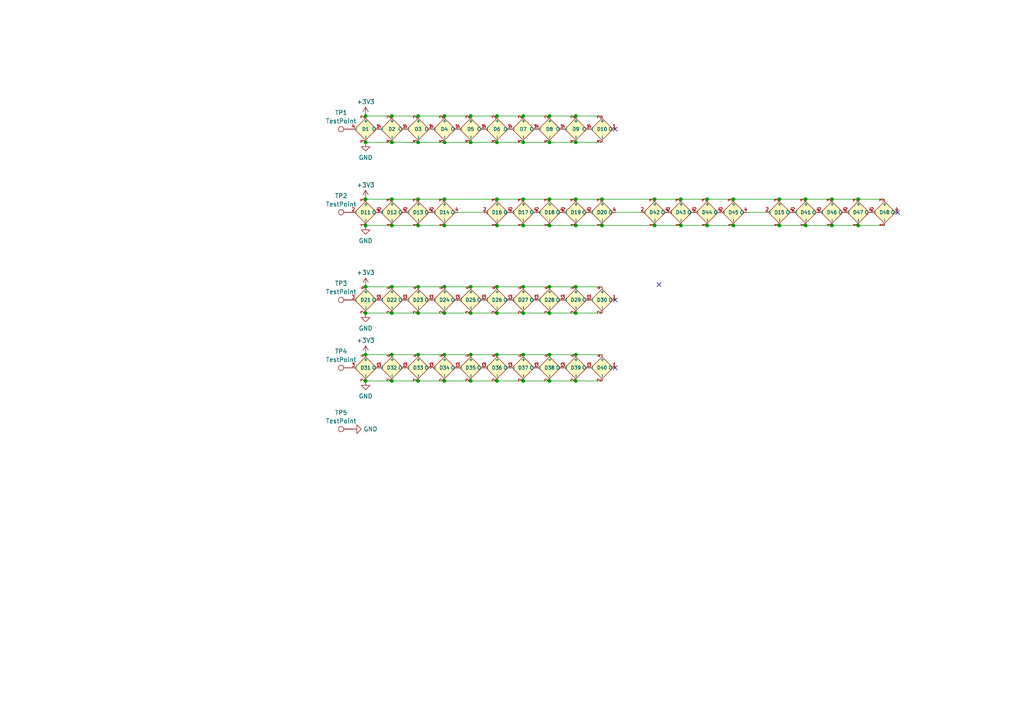
<source format=kicad_sch>
(kicad_sch (version 20250114) (generator "eeschema") (generator_version "9.0")
  (paper "A4")
  (title_block (title "Test") (rev "1") (comment 1 "@TheRealRevK") (comment 2 "www.me.uk"))
  (lib_symbols
    (symbol "Connector:TestPoint" (pin_numbers (hide yes)) (pin_names (offset 0.762) (hide yes))
      (property "Reference" "TP" (at 0 6.858 0))
      (property "Value" "TestPoint" (at 0 5.08 0))
      (symbol "TestPoint_0_1"
        (circle (center 0 3.302) (radius 0.762))
      )
      (symbol "TestPoint_1_1"
        (pin passive line (at 0 0 90) (length 2.54) (name "1") (number "1"))
      )
    )
    (symbol "RevK:WS2812B-1.5mm" (pin_names (offset 0.254))
      (property "Reference" "D" (at 0 0 0))
      (symbol "WS2812B-1.5mm_1_1"
        (polyline (pts (xy 0 -3.175) (xy 3.175 0) (xy 0 3.175) (xy -3.175 0) (xy 0 -3.175)) (fill (type background)))
        (pin input line (at -3.81 0 0) (length 0.5) (name "I") (number "2"))
        (pin power_in line (at 0 3.81 270) (length 0.5) (name "+") (number "3"))
        (pin power_in line (at 0 -3.81 90) (length 0.5) (name "-") (number "1"))
        (pin output line (at 3.81 0 180) (length 0.5) (name "O") (number "4"))
      )
    )
    (symbol "RevK:WS2812B-1mm" (pin_names (offset 0.254))
      (property "Reference" "D" (at 0 0 0))
      (symbol "WS2812B-1mm_1_1"
        (polyline (pts (xy 0 -3.175) (xy 3.175 0) (xy 0 3.175) (xy -3.175 0) (xy 0 -3.175)) (fill (type background)))
        (pin input line (at -3.81 0 0) (length 0.5) (name "I") (number "4"))
        (pin power_in line (at 0 3.81 270) (length 0.5) (name "+") (number "2"))
        (pin power_in line (at 0 -3.81 90) (length 0.5) (name "-") (number "3"))
        (pin output line (at 3.81 0 180) (length 0.5) (name "O") (number "1"))
      )
    )
    (symbol "RevK:WS2812B-2mm" (pin_names (offset 0.254))
      (property "Reference" "D" (at 0 0 0))
      (symbol "WS2812B-2mm_1_1"
        (polyline (pts (xy 0 -3.175) (xy 3.175 0) (xy 0 3.175) (xy -3.175 0) (xy 0 -3.175)) (fill (type background)))
        (pin input line (at -3.81 0 0) (length 0.5) (name "I") (number "3"))
        (pin power_in line (at 0 3.81 270) (length 0.5) (name "+") (number "4"))
        (pin power_in line (at 0 -3.81 90) (length 0.5) (name "-") (number "2"))
        (pin output line (at 3.81 0 180) (length 0.5) (name "O") (number "1"))
      )
    )
    (symbol "power:+3.3V" (power) (pin_numbers (hide yes)) (pin_names (offset 0) (hide yes))
      (property "Value" "+3.3V" (at 0 3.556 0))
      (symbol "+3.3V_0_1"
        (polyline (pts (xy -0.762 1.27) (xy 0 2.54)))
        (polyline (pts (xy 0 2.54) (xy 0.762 1.27)))
        (polyline (pts (xy 0 0) (xy 0 2.54)))
      )
      (symbol "+3.3V_1_1"
        (pin power_in line (at 0 0 90) (length 0) (name "~") (number "1"))
      )
    )
    (symbol "power:GND" (power) (pin_numbers (hide yes)) (pin_names (offset 0) (hide yes))
      (property "Value" "GND" (at 0 -3.81 0))
      (symbol "GND_0_1"
        (polyline (pts (xy 0 0) (xy 0 -1.27) (xy 1.27 -1.27) (xy 0 -2.54) (xy -1.27 -1.27) (xy 0 -1.27)))
      )
      (symbol "GND_1_1"
        (pin power_in line (at 0 0 270) (length 0) (name "~") (number "1"))
      )
    )
  )
  (junction (at 197.485 57.785))
  (junction (at 248.92 57.785))
  (junction (at 144.145 90.805))
  (junction (at 106.045 33.655))
  (junction (at 212.725 65.405))
  (junction (at 241.3 65.405))
  (junction (at 128.905 57.785))
  (junction (at 197.485 65.405))
  (junction (at 113.665 65.405))
  (junction (at 167.005 41.275))
  (junction (at 113.665 33.655))
  (junction (at 167.005 57.785))
  (junction (at 167.005 102.87))
  (junction (at 151.765 102.87))
  (junction (at 121.285 41.275))
  (junction (at 113.665 83.185))
  (junction (at 248.92 65.405))
  (junction (at 159.385 33.655))
  (junction (at 226.06 57.785))
  (junction (at 128.905 102.87))
  (junction (at 144.145 110.49))
  (junction (at 159.385 57.785))
  (junction (at 189.865 65.405))
  (junction (at 113.665 110.49))
  (junction (at 136.525 83.185))
  (junction (at 106.045 41.275))
  (junction (at 106.045 57.785))
  (junction (at 136.525 41.275))
  (junction (at 121.285 90.805))
  (junction (at 151.765 90.805))
  (junction (at 151.765 65.405))
  (junction (at 205.105 57.785))
  (junction (at 151.765 33.655))
  (junction (at 113.665 57.785))
  (junction (at 136.525 90.805))
  (junction (at 159.385 102.87))
  (junction (at 174.625 65.405))
  (junction (at 121.285 83.185))
  (junction (at 136.525 102.87))
  (junction (at 106.045 102.87))
  (junction (at 233.68 65.405))
  (junction (at 106.045 65.405))
  (junction (at 159.385 65.405))
  (junction (at 151.765 110.49))
  (junction (at 144.145 57.785))
  (junction (at 136.525 110.49))
  (junction (at 241.3 57.785))
  (junction (at 151.765 57.785))
  (junction (at 121.285 102.87))
  (junction (at 106.045 110.49))
  (junction (at 128.905 83.185))
  (junction (at 167.005 90.805))
  (junction (at 113.665 90.805))
  (junction (at 121.285 65.405))
  (junction (at 167.005 110.49))
  (junction (at 167.005 65.405))
  (junction (at 144.145 65.405))
  (junction (at 159.385 110.49))
  (junction (at 151.765 83.185))
  (junction (at 144.145 33.655))
  (junction (at 113.665 102.87))
  (junction (at 128.905 65.405))
  (junction (at 151.765 41.275))
  (junction (at 128.905 90.805))
  (junction (at 167.005 33.655))
  (junction (at 121.285 33.655))
  (junction (at 121.285 57.785))
  (junction (at 167.005 83.185))
  (junction (at 113.665 41.275))
  (junction (at 226.06 65.405))
  (junction (at 189.865 57.785))
  (junction (at 128.905 41.275))
  (junction (at 136.525 33.655))
  (junction (at 233.68 57.785))
  (junction (at 144.145 102.87))
  (junction (at 128.905 110.49))
  (junction (at 212.725 57.785))
  (junction (at 159.385 41.275))
  (junction (at 159.385 90.805))
  (junction (at 128.905 33.655))
  (junction (at 121.285 110.49))
  (junction (at 174.625 57.785))
  (junction (at 144.145 83.185))
  (junction (at 106.045 90.805))
  (junction (at 144.145 41.275))
  (junction (at 106.045 83.185))
  (junction (at 205.105 65.405))
  (junction (at 159.385 83.185))
  (no_connect (at 191.135 82.55))
  (no_connect (at 178.435 37.465))
  (no_connect (at 178.435 86.995))
  (no_connect (at 178.435 106.68))
  (no_connect (at 260.35 61.595))
  (wire (pts (xy 121.285 83.185) (xy 128.905 83.185)))
  (wire (pts (xy 106.045 83.185) (xy 113.665 83.185)))
  (wire (pts (xy 167.005 57.785) (xy 174.625 57.785)))
  (wire (pts (xy 144.145 57.785) (xy 151.765 57.785)))
  (wire (pts (xy 167.005 41.275) (xy 174.625 41.275)))
  (wire (pts (xy 159.385 65.405) (xy 167.005 65.405)))
  (wire (pts (xy 128.905 33.655) (xy 136.525 33.655)))
  (wire (pts (xy 144.145 83.185) (xy 151.765 83.185)))
  (wire (pts (xy 241.3 57.785) (xy 248.92 57.785)))
  (wire (pts (xy 205.105 65.405) (xy 212.725 65.405)))
  (wire (pts (xy 159.385 57.785) (xy 167.005 57.785)))
  (wire (pts (xy 159.385 110.49) (xy 167.005 110.49)))
  (wire (pts (xy 128.905 90.805) (xy 136.525 90.805)))
  (wire (pts (xy 136.525 33.655) (xy 144.145 33.655)))
  (wire (pts (xy 212.725 57.785) (xy 226.06 57.785)))
  (wire (pts (xy 178.435 61.595) (xy 186.055 61.595)))
  (wire (pts (xy 144.145 102.87) (xy 151.765 102.87)))
  (wire (pts (xy 136.525 110.49) (xy 144.145 110.49)))
  (wire (pts (xy 167.005 90.805) (xy 174.625 90.805)))
  (wire (pts (xy 106.045 41.275) (xy 113.665 41.275)))
  (wire (pts (xy 151.765 33.655) (xy 159.385 33.655)))
  (wire (pts (xy 216.535 61.595) (xy 222.25 61.595)))
  (wire (pts (xy 121.285 57.785) (xy 128.905 57.785)))
  (wire (pts (xy 212.725 65.405) (xy 226.06 65.405)))
  (wire (pts (xy 151.765 110.49) (xy 159.385 110.49)))
  (wire (pts (xy 106.045 33.655) (xy 113.665 33.655)))
  (wire (pts (xy 136.525 102.87) (xy 144.145 102.87)))
  (wire (pts (xy 197.485 65.405) (xy 205.105 65.405)))
  (wire (pts (xy 151.765 57.785) (xy 159.385 57.785)))
  (wire (pts (xy 144.145 65.405) (xy 151.765 65.405)))
  (wire (pts (xy 241.3 65.405) (xy 248.92 65.405)))
  (wire (pts (xy 128.905 110.49) (xy 136.525 110.49)))
  (wire (pts (xy 205.105 57.785) (xy 212.725 57.785)))
  (wire (pts (xy 128.905 83.185) (xy 136.525 83.185)))
  (wire (pts (xy 197.485 57.785) (xy 205.105 57.785)))
  (wire (pts (xy 113.665 57.785) (xy 121.285 57.785)))
  (wire (pts (xy 113.665 33.655) (xy 121.285 33.655)))
  (wire (pts (xy 113.665 41.275) (xy 121.285 41.275)))
  (wire (pts (xy 121.285 65.405) (xy 128.905 65.405)))
  (wire (pts (xy 189.865 57.785) (xy 197.485 57.785)))
  (wire (pts (xy 128.905 102.87) (xy 136.525 102.87)))
  (wire (pts (xy 121.285 110.49) (xy 128.905 110.49)))
  (wire (pts (xy 113.665 65.405) (xy 121.285 65.405)))
  (wire (pts (xy 248.92 65.405) (xy 256.54 65.405)))
  (wire (pts (xy 167.005 102.87) (xy 174.625 102.87)))
  (wire (pts (xy 128.905 41.275) (xy 136.525 41.275)))
  (wire (pts (xy 144.145 110.49) (xy 151.765 110.49)))
  (wire (pts (xy 167.005 33.655) (xy 174.625 33.655)))
  (wire (pts (xy 233.68 57.785) (xy 241.3 57.785)))
  (wire (pts (xy 113.665 110.49) (xy 121.285 110.49)))
  (wire (pts (xy 113.665 90.805) (xy 121.285 90.805)))
  (wire (pts (xy 106.045 90.805) (xy 113.665 90.805)))
  (wire (pts (xy 189.865 65.405) (xy 197.485 65.405)))
  (wire (pts (xy 132.715 61.595) (xy 140.335 61.595)))
  (wire (pts (xy 113.665 83.185) (xy 121.285 83.185)))
  (wire (pts (xy 136.525 83.185) (xy 144.145 83.185)))
  (wire (pts (xy 167.005 83.185) (xy 174.625 83.185)))
  (wire (pts (xy 174.625 65.405) (xy 189.865 65.405)))
  (wire (pts (xy 106.045 65.405) (xy 113.665 65.405)))
  (wire (pts (xy 167.005 110.49) (xy 174.625 110.49)))
  (wire (pts (xy 174.625 57.785) (xy 189.865 57.785)))
  (wire (pts (xy 233.68 65.405) (xy 241.3 65.405)))
  (wire (pts (xy 106.045 110.49) (xy 113.665 110.49)))
  (wire (pts (xy 159.385 102.87) (xy 167.005 102.87)))
  (wire (pts (xy 113.665 102.87) (xy 121.285 102.87)))
  (wire (pts (xy 128.905 65.405) (xy 144.145 65.405)))
  (wire (pts (xy 248.92 57.785) (xy 256.54 57.785)))
  (wire (pts (xy 121.285 41.275) (xy 128.905 41.275)))
  (wire (pts (xy 151.765 90.805) (xy 159.385 90.805)))
  (wire (pts (xy 121.285 33.655) (xy 128.905 33.655)))
  (wire (pts (xy 151.765 102.87) (xy 159.385 102.87)))
  (wire (pts (xy 106.045 102.87) (xy 113.665 102.87)))
  (wire (pts (xy 151.765 65.405) (xy 159.385 65.405)))
  (wire (pts (xy 226.06 57.785) (xy 233.68 57.785)))
  (wire (pts (xy 121.285 102.87) (xy 128.905 102.87)))
  (wire (pts (xy 151.765 41.275) (xy 159.385 41.275)))
  (wire (pts (xy 121.285 90.805) (xy 128.905 90.805)))
  (wire (pts (xy 106.045 57.785) (xy 113.665 57.785)))
  (wire (pts (xy 226.06 65.405) (xy 233.68 65.405)))
  (wire (pts (xy 144.145 41.275) (xy 151.765 41.275)))
  (wire (pts (xy 151.765 83.185) (xy 159.385 83.185)))
  (wire (pts (xy 128.905 57.785) (xy 144.145 57.785)))
  (wire (pts (xy 144.145 90.805) (xy 151.765 90.805)))
  (wire (pts (xy 159.385 33.655) (xy 167.005 33.655)))
  (wire (pts (xy 159.385 83.185) (xy 167.005 83.185)))
  (wire (pts (xy 136.525 41.275) (xy 144.145 41.275)))
  (wire (pts (xy 159.385 41.275) (xy 167.005 41.275)))
  (wire (pts (xy 159.385 90.805) (xy 167.005 90.805)))
  (wire (pts (xy 136.525 90.805) (xy 144.145 90.805)))
  (wire (pts (xy 167.005 65.405) (xy 174.625 65.405)))
  (wire (pts (xy 144.145 33.655) (xy 151.765 33.655)))
  (symbol (lib_id "RevK:WS2812B-1.5mm") (at 159.385 61.595 0) (unit 1)
    (property "Reference" "D18" (at 159.385 61.595 0) (effects (font (size 1 1))))
    (property "Value" "XL-1615RGBC-WS2812B" (effects (hide yes)))
    (property "Footprint" "RevK:SMD1615" (effects (hide yes)))
    (property "Datasheet" "https://datasheet.lcsc.com/lcsc/2301111010_XINGLIGHT-XL-1010RGBC-WS2812B_C5349953.pdf" (effects (hide yes)))
    (property "Description" "RGB LED with integrated controller" (effects (hide yes)))
    (property "MPN" "C5349954" (effects (hide yes)))
  )
  (symbol (lib_id "RevK:WS2812B-2mm") (at 113.665 106.68 0) (unit 1)
    (property "Reference" "D32" (at 113.665 106.68 0) (effects (font (size 1 1))))
    (property "Value" "XL-2020RGBC-WS2812B" (effects (hide yes)))
    (property "Footprint" "RevK:SMD2020" (effects (hide yes)))
    (property "Datasheet" "https://www.lcsc.com/product-detail/C5349955.html" (effects (hide yes)))
    (property "Description" "RGB LED with integrated controller" (effects (hide yes)))
    (property "MPN" "C5349955" (effects (hide yes)))
  )
  (symbol (lib_id "RevK:WS2812B-1mm") (at 128.905 37.465 0) (unit 1)
    (property "Reference" "D4" (at 128.905 37.465 0) (effects (font (size 1 1))))
    (property "Value" "XL-1010RGBC-WS2812B" (effects (hide yes)))
    (property "Footprint" "RevK:SMD1010" (effects (hide yes)))
    (property "Datasheet" "https://datasheet.lcsc.com/lcsc/2301111010_XINGLIGHT-XL-1010RGBC-WS2812B_C5349953.pdf" (effects (hide yes)))
    (property "Description" "RGB LED with integrated controller" (effects (hide yes)))
    (property "MPN" "C5349953" (effects (hide yes)))
  )
  (symbol (lib_id "power:GND") (at 106.045 90.805 0) (unit 1)
    (property "Reference" "#PWR04" (effects (hide yes)))
    (property "Value" "GND" (at 106.045 95.2484 0))
    (property "Description" "Power symbol creates a global label with name \"GND\" , ground" (effects (hide yes)))
  )
  (symbol (lib_id "RevK:WS2812B-2mm") (at 174.625 106.68 0) (unit 1)
    (property "Reference" "D40" (at 174.625 106.68 0) (effects (font (size 1 1))))
    (property "Value" "XL-2020RGBC-WS2812B" (effects (hide yes)))
    (property "Footprint" "RevK:SMD2020" (effects (hide yes)))
    (property "Datasheet" "https://www.lcsc.com/product-detail/C5349955.html" (effects (hide yes)))
    (property "Description" "RGB LED with integrated controller" (effects (hide yes)))
    (property "MPN" "C5349955" (effects (hide yes)))
  )
  (symbol (lib_id "RevK:WS2812B-1.5mm") (at 144.145 61.595 0) (unit 1)
    (property "Reference" "D16" (at 144.145 61.595 0) (effects (font (size 1 1))))
    (property "Value" "XL-1615RGBC-WS2812B" (effects (hide yes)))
    (property "Footprint" "RevK:SMD1615" (effects (hide yes)))
    (property "Datasheet" "https://datasheet.lcsc.com/lcsc/2301111010_XINGLIGHT-XL-1010RGBC-WS2812B_C5349953.pdf" (effects (hide yes)))
    (property "Description" "RGB LED with integrated controller" (effects (hide yes)))
    (property "MPN" "C5349954" (effects (hide yes)))
  )
  (symbol (lib_id "Connector:TestPoint") (at 102.235 61.595 90) (unit 1) (in_bom no)
    (property "Reference" "TP2" (at 98.933 56.8155 90))
    (property "Value" "TestPoint" (at 98.933 59.2398 90))
    (property "Footprint" "RevK:PAD-2mm" (effects (hide yes)))
    (property "Description" "test point" (effects (hide yes)))
  )
  (symbol (lib_id "RevK:WS2812B-2mm") (at 113.665 86.995 0) (unit 1)
    (property "Reference" "D22" (at 113.665 86.995 0) (effects (font (size 1 1))))
    (property "Value" "XL-2020RGBC-WS2812B" (effects (hide yes)))
    (property "Footprint" "RevK:SMD2020" (effects (hide yes)))
    (property "Datasheet" "https://www.lcsc.com/product-detail/C5349955.html" (effects (hide yes)))
    (property "Description" "RGB LED with integrated controller" (effects (hide yes)))
    (property "MPN" "C5349955" (effects (hide yes)))
  )
  (symbol (lib_id "RevK:WS2812B-1.5mm") (at 256.54 61.595 0) (unit 1)
    (property "Reference" "D48" (at 256.54 61.595 0) (effects (font (size 1 1))))
    (property "Value" "XL-1615RGBC-WS2812B" (effects (hide yes)))
    (property "Footprint" "RevK:SMD1615" (effects (hide yes)))
    (property "Datasheet" "https://datasheet.lcsc.com/lcsc/2301111010_XINGLIGHT-XL-1010RGBC-WS2812B_C5349953.pdf" (effects (hide yes)))
    (property "Description" "RGB LED with integrated controller" (effects (hide yes)))
    (property "MPN" "C5349954" (effects (hide yes)))
  )
  (symbol (lib_id "RevK:WS2812B-1.5mm") (at 121.285 61.595 0) (unit 1)
    (property "Reference" "D13" (at 121.285 61.595 0) (effects (font (size 1 1))))
    (property "Value" "XL-1615RGBC-WS2812B" (effects (hide yes)))
    (property "Footprint" "RevK:SMD1615" (effects (hide yes)))
    (property "Datasheet" "https://datasheet.lcsc.com/lcsc/2301111010_XINGLIGHT-XL-1010RGBC-WS2812B_C5349953.pdf" (effects (hide yes)))
    (property "Description" "RGB LED with integrated controller" (effects (hide yes)))
    (property "MPN" "C5349954" (effects (hide yes)))
  )
  (symbol (lib_id "RevK:WS2812B-1.5mm") (at 174.625 61.595 0) (unit 1)
    (property "Reference" "D20" (at 174.625 61.595 0) (effects (font (size 1 1))))
    (property "Value" "XL-1615RGBC-WS2812B" (effects (hide yes)))
    (property "Footprint" "RevK:SMD1615" (effects (hide yes)))
    (property "Datasheet" "https://datasheet.lcsc.com/lcsc/2301111010_XINGLIGHT-XL-1010RGBC-WS2812B_C5349953.pdf" (effects (hide yes)))
    (property "Description" "RGB LED with integrated controller" (effects (hide yes)))
    (property "MPN" "C5349954" (effects (hide yes)))
  )
  (symbol (lib_id "power:+3.3V") (at 106.045 33.655 0) (unit 1)
    (property "Reference" "#PWR017" (effects (hide yes)))
    (property "Value" "+3V3" (at 106.045 29.5219 0))
    (property "Description" "Power symbol creates a global label with name \"+3.3V\"" (effects (hide yes)))
  )
  (symbol (lib_id "RevK:WS2812B-2mm") (at 159.385 86.995 0) (unit 1)
    (property "Reference" "D28" (at 159.385 86.995 0) (effects (font (size 1 1))))
    (property "Value" "XL-2020RGBC-WS2812B" (effects (hide yes)))
    (property "Footprint" "RevK:SMD2020" (effects (hide yes)))
    (property "Datasheet" "https://www.lcsc.com/product-detail/C5349955.html" (effects (hide yes)))
    (property "Description" "RGB LED with integrated controller" (effects (hide yes)))
    (property "MPN" "C5349955" (effects (hide yes)))
  )
  (symbol (lib_id "RevK:WS2812B-2mm") (at 144.145 106.68 0) (unit 1)
    (property "Reference" "D36" (at 144.145 106.68 0) (effects (font (size 1 1))))
    (property "Value" "XL-2020RGBC-WS2812B" (effects (hide yes)))
    (property "Footprint" "RevK:SMD2020" (effects (hide yes)))
    (property "Datasheet" "https://www.lcsc.com/product-detail/C5349955.html" (effects (hide yes)))
    (property "Description" "RGB LED with integrated controller" (effects (hide yes)))
    (property "MPN" "C5349955" (effects (hide yes)))
  )
  (symbol (lib_id "RevK:WS2812B-2mm") (at 106.045 106.68 0) (unit 1)
    (property "Reference" "D31" (at 106.045 106.68 0) (effects (font (size 1 1))))
    (property "Value" "XL-2020RGBC-WS2812B" (effects (hide yes)))
    (property "Footprint" "RevK:SMD2020" (effects (hide yes)))
    (property "Datasheet" "https://www.lcsc.com/product-detail/C5349955.html" (effects (hide yes)))
    (property "Description" "RGB LED with integrated controller" (effects (hide yes)))
    (property "MPN" "C5349955" (effects (hide yes)))
  )
  (symbol (lib_id "Connector:TestPoint") (at 102.235 86.995 90) (unit 1) (in_bom no)
    (property "Reference" "TP3" (at 98.933 82.2155 90))
    (property "Value" "TestPoint" (at 98.933 84.6398 90))
    (property "Footprint" "RevK:PAD-2mm" (effects (hide yes)))
    (property "Description" "test point" (effects (hide yes)))
  )
  (symbol (lib_id "RevK:WS2812B-1.5mm") (at 212.725 61.595 0) (unit 1)
    (property "Reference" "D45" (at 212.725 61.595 0) (effects (font (size 1 1))))
    (property "Value" "XL-1615RGBC-WS2812B" (effects (hide yes)))
    (property "Footprint" "RevK:SMD1615" (effects (hide yes)))
    (property "Datasheet" "https://datasheet.lcsc.com/lcsc/2301111010_XINGLIGHT-XL-1010RGBC-WS2812B_C5349953.pdf" (effects (hide yes)))
    (property "Description" "RGB LED with integrated controller" (effects (hide yes)))
    (property "MPN" "C5349954" (effects (hide yes)))
  )
  (symbol (lib_id "RevK:WS2812B-2mm") (at 144.145 86.995 0) (unit 1)
    (property "Reference" "D26" (at 144.145 86.995 0) (effects (font (size 1 1))))
    (property "Value" "XL-2020RGBC-WS2812B" (effects (hide yes)))
    (property "Footprint" "RevK:SMD2020" (effects (hide yes)))
    (property "Datasheet" "https://www.lcsc.com/product-detail/C5349955.html" (effects (hide yes)))
    (property "Description" "RGB LED with integrated controller" (effects (hide yes)))
    (property "MPN" "C5349955" (effects (hide yes)))
  )
  (symbol (lib_id "RevK:WS2812B-2mm") (at 106.045 86.995 0) (unit 1)
    (property "Reference" "D21" (at 106.045 86.995 0) (effects (font (size 1 1))))
    (property "Value" "XL-2020RGBC-WS2812B" (effects (hide yes)))
    (property "Footprint" "RevK:SMD2020" (effects (hide yes)))
    (property "Datasheet" "https://www.lcsc.com/product-detail/C5349955.html" (effects (hide yes)))
    (property "Description" "RGB LED with integrated controller" (effects (hide yes)))
    (property "MPN" "C5349955" (effects (hide yes)))
  )
  (symbol (lib_id "RevK:WS2812B-1mm") (at 136.525 37.465 0) (unit 1)
    (property "Reference" "D5" (at 136.525 37.465 0) (effects (font (size 1 1))))
    (property "Value" "XL-1010RGBC-WS2812B" (effects (hide yes)))
    (property "Footprint" "RevK:SMD1010" (effects (hide yes)))
    (property "Datasheet" "https://datasheet.lcsc.com/lcsc/2301111010_XINGLIGHT-XL-1010RGBC-WS2812B_C5349953.pdf" (effects (hide yes)))
    (property "Description" "RGB LED with integrated controller" (effects (hide yes)))
    (property "MPN" "C5349953" (effects (hide yes)))
  )
  (symbol (lib_id "RevK:WS2812B-1.5mm") (at 233.68 61.595 0) (unit 1)
    (property "Reference" "D41" (at 233.68 61.595 0) (effects (font (size 1 1))))
    (property "Value" "XL-1615RGBC-WS2812B" (effects (hide yes)))
    (property "Footprint" "RevK:SMD1615" (effects (hide yes)))
    (property "Datasheet" "https://datasheet.lcsc.com/lcsc/2301111010_XINGLIGHT-XL-1010RGBC-WS2812B_C5349953.pdf" (effects (hide yes)))
    (property "Description" "RGB LED with integrated controller" (effects (hide yes)))
    (property "MPN" "C5349954" (effects (hide yes)))
  )
  (symbol (lib_id "RevK:WS2812B-1.5mm") (at 248.92 61.595 0) (unit 1)
    (property "Reference" "D47" (at 248.92 61.595 0) (effects (font (size 1 1))))
    (property "Value" "XL-1615RGBC-WS2812B" (effects (hide yes)))
    (property "Footprint" "RevK:SMD1615" (effects (hide yes)))
    (property "Datasheet" "https://datasheet.lcsc.com/lcsc/2301111010_XINGLIGHT-XL-1010RGBC-WS2812B_C5349953.pdf" (effects (hide yes)))
    (property "Description" "RGB LED with integrated controller" (effects (hide yes)))
    (property "MPN" "C5349954" (effects (hide yes)))
  )
  (symbol (lib_id "Connector:TestPoint") (at 102.235 106.68 90) (unit 1) (in_bom no)
    (property "Reference" "TP4" (at 98.933 101.9005 90))
    (property "Value" "TestPoint" (at 98.933 104.3248 90))
    (property "Footprint" "RevK:PAD-2mm" (effects (hide yes)))
    (property "Description" "test point" (effects (hide yes)))
  )
  (symbol (lib_id "RevK:WS2812B-2mm") (at 136.525 106.68 0) (unit 1)
    (property "Reference" "D35" (at 136.525 106.68 0) (effects (font (size 1 1))))
    (property "Value" "XL-2020RGBC-WS2812B" (effects (hide yes)))
    (property "Footprint" "RevK:SMD2020" (effects (hide yes)))
    (property "Datasheet" "https://www.lcsc.com/product-detail/C5349955.html" (effects (hide yes)))
    (property "Description" "RGB LED with integrated controller" (effects (hide yes)))
    (property "MPN" "C5349955" (effects (hide yes)))
  )
  (symbol (lib_id "RevK:WS2812B-1mm") (at 144.145 37.465 0) (unit 1)
    (property "Reference" "D6" (at 144.145 37.465 0) (effects (font (size 1 1))))
    (property "Value" "XL-1010RGBC-WS2812B" (effects (hide yes)))
    (property "Footprint" "RevK:SMD1010" (effects (hide yes)))
    (property "Datasheet" "https://datasheet.lcsc.com/lcsc/2301111010_XINGLIGHT-XL-1010RGBC-WS2812B_C5349953.pdf" (effects (hide yes)))
    (property "Description" "RGB LED with integrated controller" (effects (hide yes)))
    (property "MPN" "C5349953" (effects (hide yes)))
  )
  (symbol (lib_id "RevK:WS2812B-1.5mm") (at 226.06 61.595 0) (unit 1)
    (property "Reference" "D15" (at 226.06 61.595 0) (effects (font (size 1 1))))
    (property "Value" "XL-1615RGBC-WS2812B" (effects (hide yes)))
    (property "Footprint" "RevK:SMD1615" (effects (hide yes)))
    (property "Datasheet" "https://datasheet.lcsc.com/lcsc/2301111010_XINGLIGHT-XL-1010RGBC-WS2812B_C5349953.pdf" (effects (hide yes)))
    (property "Description" "RGB LED with integrated controller" (effects (hide yes)))
    (property "MPN" "C5349954" (effects (hide yes)))
  )
  (symbol (lib_id "RevK:WS2812B-1mm") (at 174.625 37.465 0) (unit 1)
    (property "Reference" "D10" (at 174.625 37.465 0) (effects (font (size 1 1))))
    (property "Value" "XL-1010RGBC-WS2812B" (effects (hide yes)))
    (property "Footprint" "RevK:SMD1010" (effects (hide yes)))
    (property "Datasheet" "https://datasheet.lcsc.com/lcsc/2301111010_XINGLIGHT-XL-1010RGBC-WS2812B_C5349953.pdf" (effects (hide yes)))
    (property "Description" "RGB LED with integrated controller" (effects (hide yes)))
    (property "MPN" "C5349953" (effects (hide yes)))
  )
  (symbol (lib_id "RevK:WS2812B-2mm") (at 151.765 86.995 0) (unit 1)
    (property "Reference" "D27" (at 151.765 86.995 0) (effects (font (size 1 1))))
    (property "Value" "XL-2020RGBC-WS2812B" (effects (hide yes)))
    (property "Footprint" "RevK:SMD2020" (effects (hide yes)))
    (property "Datasheet" "https://www.lcsc.com/product-detail/C5349955.html" (effects (hide yes)))
    (property "Description" "RGB LED with integrated controller" (effects (hide yes)))
    (property "MPN" "C5349955" (effects (hide yes)))
  )
  (symbol (lib_id "RevK:WS2812B-1.5mm") (at 151.765 61.595 0) (unit 1)
    (property "Reference" "D17" (at 151.765 61.595 0) (effects (font (size 1 1))))
    (property "Value" "XL-1615RGBC-WS2812B" (effects (hide yes)))
    (property "Footprint" "RevK:SMD1615" (effects (hide yes)))
    (property "Datasheet" "https://datasheet.lcsc.com/lcsc/2301111010_XINGLIGHT-XL-1010RGBC-WS2812B_C5349953.pdf" (effects (hide yes)))
    (property "Description" "RGB LED with integrated controller" (effects (hide yes)))
    (property "MPN" "C5349954" (effects (hide yes)))
  )
  (symbol (lib_id "Connector:TestPoint") (at 102.235 37.465 90) (unit 1) (in_bom no)
    (property "Reference" "TP1" (at 98.933 32.6855 90))
    (property "Value" "TestPoint" (at 98.933 35.1098 90))
    (property "Footprint" "RevK:PAD-2mm" (effects (hide yes)))
    (property "Description" "test point" (effects (hide yes)))
  )
  (symbol (lib_id "RevK:WS2812B-2mm") (at 121.285 86.995 0) (unit 1)
    (property "Reference" "D23" (at 121.285 86.995 0) (effects (font (size 1 1))))
    (property "Value" "XL-2020RGBC-WS2812B" (effects (hide yes)))
    (property "Footprint" "RevK:SMD2020" (effects (hide yes)))
    (property "Datasheet" "https://www.lcsc.com/product-detail/C5349955.html" (effects (hide yes)))
    (property "Description" "RGB LED with integrated controller" (effects (hide yes)))
    (property "MPN" "C5349955" (effects (hide yes)))
  )
  (symbol (lib_id "power:+3.3V") (at 106.045 83.185 0) (unit 1)
    (property "Reference" "#PWR03" (effects (hide yes)))
    (property "Value" "+3V3" (at 106.045 79.0519 0))
    (property "Description" "Power symbol creates a global label with name \"+3.3V\"" (effects (hide yes)))
  )
  (symbol (lib_id "RevK:WS2812B-1mm") (at 113.665 37.465 0) (unit 1)
    (property "Reference" "D2" (at 113.665 37.465 0) (effects (font (size 1 1))))
    (property "Value" "XL-1010RGBC-WS2812B" (effects (hide yes)))
    (property "Footprint" "RevK:SMD1010" (effects (hide yes)))
    (property "Datasheet" "https://datasheet.lcsc.com/lcsc/2301111010_XINGLIGHT-XL-1010RGBC-WS2812B_C5349953.pdf" (effects (hide yes)))
    (property "Description" "RGB LED with integrated controller" (effects (hide yes)))
    (property "MPN" "C5349953" (effects (hide yes)))
  )
  (symbol (lib_id "power:+3.3V") (at 106.045 102.87 0) (unit 1)
    (property "Reference" "#PWR05" (effects (hide yes)))
    (property "Value" "+3V3" (at 106.045 98.7369 0))
    (property "Description" "Power symbol creates a global label with name \"+3.3V\"" (effects (hide yes)))
  )
  (symbol (lib_id "RevK:WS2812B-1.5mm") (at 205.105 61.595 0) (unit 1)
    (property "Reference" "D44" (at 205.105 61.595 0) (effects (font (size 1 1))))
    (property "Value" "XL-1615RGBC-WS2812B" (effects (hide yes)))
    (property "Footprint" "RevK:SMD1615" (effects (hide yes)))
    (property "Datasheet" "https://datasheet.lcsc.com/lcsc/2301111010_XINGLIGHT-XL-1010RGBC-WS2812B_C5349953.pdf" (effects (hide yes)))
    (property "Description" "RGB LED with integrated controller" (effects (hide yes)))
    (property "MPN" "C5349954" (effects (hide yes)))
  )
  (symbol (lib_id "RevK:WS2812B-2mm") (at 174.625 86.995 0) (unit 1)
    (property "Reference" "D30" (at 174.625 86.995 0) (effects (font (size 1 1))))
    (property "Value" "XL-2020RGBC-WS2812B" (effects (hide yes)))
    (property "Footprint" "RevK:SMD2020" (effects (hide yes)))
    (property "Datasheet" "https://www.lcsc.com/product-detail/C5349955.html" (effects (hide yes)))
    (property "Description" "RGB LED with integrated controller" (effects (hide yes)))
    (property "MPN" "C5349955" (effects (hide yes)))
  )
  (symbol (lib_id "RevK:WS2812B-1.5mm") (at 189.865 61.595 0) (unit 1)
    (property "Reference" "D42" (at 189.865 61.595 0) (effects (font (size 1 1))))
    (property "Value" "XL-1615RGBC-WS2812B" (effects (hide yes)))
    (property "Footprint" "RevK:SMD1615" (effects (hide yes)))
    (property "Datasheet" "https://datasheet.lcsc.com/lcsc/2301111010_XINGLIGHT-XL-1010RGBC-WS2812B_C5349953.pdf" (effects (hide yes)))
    (property "Description" "RGB LED with integrated controller" (effects (hide yes)))
    (property "MPN" "C5349954" (effects (hide yes)))
  )
  (symbol (lib_id "RevK:WS2812B-2mm") (at 159.385 106.68 0) (unit 1)
    (property "Reference" "D38" (at 159.385 106.68 0) (effects (font (size 1 1))))
    (property "Value" "XL-2020RGBC-WS2812B" (effects (hide yes)))
    (property "Footprint" "RevK:SMD2020" (effects (hide yes)))
    (property "Datasheet" "https://www.lcsc.com/product-detail/C5349955.html" (effects (hide yes)))
    (property "Description" "RGB LED with integrated controller" (effects (hide yes)))
    (property "MPN" "C5349955" (effects (hide yes)))
  )
  (symbol (lib_id "RevK:WS2812B-1.5mm") (at 128.905 61.595 0) (unit 1)
    (property "Reference" "D14" (at 128.905 61.595 0) (effects (font (size 1 1))))
    (property "Value" "XL-1615RGBC-WS2812B" (effects (hide yes)))
    (property "Footprint" "RevK:SMD1615" (effects (hide yes)))
    (property "Datasheet" "https://datasheet.lcsc.com/lcsc/2301111010_XINGLIGHT-XL-1010RGBC-WS2812B_C5349953.pdf" (effects (hide yes)))
    (property "Description" "RGB LED with integrated controller" (effects (hide yes)))
    (property "MPN" "C5349954" (effects (hide yes)))
  )
  (symbol (lib_id "RevK:WS2812B-1mm") (at 106.045 37.465 0) (unit 1)
    (property "Reference" "D1" (at 106.045 37.465 0) (effects (font (size 1 1))))
    (property "Value" "XL-1010RGBC-WS2812B" (effects (hide yes)))
    (property "Footprint" "RevK:SMD1010" (effects (hide yes)))
    (property "Datasheet" "https://datasheet.lcsc.com/lcsc/2301111010_XINGLIGHT-XL-1010RGBC-WS2812B_C5349953.pdf" (effects (hide yes)))
    (property "Description" "RGB LED with integrated controller" (effects (hide yes)))
    (property "MPN" "C5349953" (effects (hide yes)))
  )
  (symbol (lib_id "RevK:WS2812B-1.5mm") (at 167.005 61.595 0) (unit 1)
    (property "Reference" "D19" (at 167.005 61.595 0) (effects (font (size 1 1))))
    (property "Value" "XL-1615RGBC-WS2812B" (effects (hide yes)))
    (property "Footprint" "RevK:SMD1615" (effects (hide yes)))
    (property "Datasheet" "https://datasheet.lcsc.com/lcsc/2301111010_XINGLIGHT-XL-1010RGBC-WS2812B_C5349953.pdf" (effects (hide yes)))
    (property "Description" "RGB LED with integrated controller" (effects (hide yes)))
    (property "MPN" "C5349954" (effects (hide yes)))
  )
  (symbol (lib_id "Connector:TestPoint") (at 102.235 124.46 90) (unit 1) (in_bom no)
    (property "Reference" "TP5" (at 98.933 119.6805 90))
    (property "Value" "TestPoint" (at 98.933 122.1048 90))
    (property "Footprint" "RevK:PAD-2mm" (effects (hide yes)))
    (property "Description" "test point" (effects (hide yes)))
  )
  (symbol (lib_id "RevK:WS2812B-2mm") (at 167.005 86.995 0) (unit 1)
    (property "Reference" "D29" (at 167.005 86.995 0) (effects (font (size 1 1))))
    (property "Value" "XL-2020RGBC-WS2812B" (effects (hide yes)))
    (property "Footprint" "RevK:SMD2020" (effects (hide yes)))
    (property "Datasheet" "https://www.lcsc.com/product-detail/C5349955.html" (effects (hide yes)))
    (property "Description" "RGB LED with integrated controller" (effects (hide yes)))
    (property "MPN" "C5349955" (effects (hide yes)))
  )
  (symbol (lib_id "RevK:WS2812B-2mm") (at 121.285 106.68 0) (unit 1)
    (property "Reference" "D33" (at 121.285 106.68 0) (effects (font (size 1 1))))
    (property "Value" "XL-2020RGBC-WS2812B" (effects (hide yes)))
    (property "Footprint" "RevK:SMD2020" (effects (hide yes)))
    (property "Datasheet" "https://www.lcsc.com/product-detail/C5349955.html" (effects (hide yes)))
    (property "Description" "RGB LED with integrated controller" (effects (hide yes)))
    (property "MPN" "C5349955" (effects (hide yes)))
  )
  (symbol (lib_id "RevK:WS2812B-1mm") (at 151.765 37.465 0) (unit 1)
    (property "Reference" "D7" (at 151.765 37.465 0) (effects (font (size 1 1))))
    (property "Value" "XL-1010RGBC-WS2812B" (effects (hide yes)))
    (property "Footprint" "RevK:SMD1010" (effects (hide yes)))
    (property "Datasheet" "https://datasheet.lcsc.com/lcsc/2301111010_XINGLIGHT-XL-1010RGBC-WS2812B_C5349953.pdf" (effects (hide yes)))
    (property "Description" "RGB LED with integrated controller" (effects (hide yes)))
    (property "MPN" "C5349953" (effects (hide yes)))
  )
  (symbol (lib_id "RevK:WS2812B-1.5mm") (at 241.3 61.595 0) (unit 1)
    (property "Reference" "D46" (at 241.3 61.595 0) (effects (font (size 1 1))))
    (property "Value" "XL-1615RGBC-WS2812B" (effects (hide yes)))
    (property "Footprint" "RevK:SMD1615" (effects (hide yes)))
    (property "Datasheet" "https://datasheet.lcsc.com/lcsc/2301111010_XINGLIGHT-XL-1010RGBC-WS2812B_C5349953.pdf" (effects (hide yes)))
    (property "Description" "RGB LED with integrated controller" (effects (hide yes)))
    (property "MPN" "C5349954" (effects (hide yes)))
  )
  (symbol (lib_id "RevK:WS2812B-2mm") (at 167.005 106.68 0) (unit 1)
    (property "Reference" "D39" (at 167.005 106.68 0) (effects (font (size 1 1))))
    (property "Value" "XL-2020RGBC-WS2812B" (effects (hide yes)))
    (property "Footprint" "RevK:SMD2020" (effects (hide yes)))
    (property "Datasheet" "https://www.lcsc.com/product-detail/C5349955.html" (effects (hide yes)))
    (property "Description" "RGB LED with integrated controller" (effects (hide yes)))
    (property "MPN" "C5349955" (effects (hide yes)))
  )
  (symbol (lib_id "RevK:WS2812B-1mm") (at 159.385 37.465 0) (unit 1)
    (property "Reference" "D8" (at 159.385 37.465 0) (effects (font (size 1 1))))
    (property "Value" "XL-1010RGBC-WS2812B" (effects (hide yes)))
    (property "Footprint" "RevK:SMD1010" (effects (hide yes)))
    (property "Datasheet" "https://datasheet.lcsc.com/lcsc/2301111010_XINGLIGHT-XL-1010RGBC-WS2812B_C5349953.pdf" (effects (hide yes)))
    (property "Description" "RGB LED with integrated controller" (effects (hide yes)))
    (property "MPN" "C5349953" (effects (hide yes)))
  )
  (symbol (lib_id "RevK:WS2812B-2mm") (at 128.905 86.995 0) (unit 1)
    (property "Reference" "D24" (at 128.905 86.995 0) (effects (font (size 1 1))))
    (property "Value" "XL-2020RGBC-WS2812B" (effects (hide yes)))
    (property "Footprint" "RevK:SMD2020" (effects (hide yes)))
    (property "Datasheet" "https://www.lcsc.com/product-detail/C5349955.html" (effects (hide yes)))
    (property "Description" "RGB LED with integrated controller" (effects (hide yes)))
    (property "MPN" "C5349955" (effects (hide yes)))
  )
  (symbol (lib_id "power:GND") (at 106.045 41.275 0) (unit 1)
    (property "Reference" "#PWR018" (effects (hide yes)))
    (property "Value" "GND" (at 106.045 45.7184 0))
    (property "Description" "Power symbol creates a global label with name \"GND\" , ground" (effects (hide yes)))
  )
  (symbol (lib_id "RevK:WS2812B-2mm") (at 151.765 106.68 0) (unit 1)
    (property "Reference" "D37" (at 151.765 106.68 0) (effects (font (size 1 1))))
    (property "Value" "XL-2020RGBC-WS2812B" (effects (hide yes)))
    (property "Footprint" "RevK:SMD2020" (effects (hide yes)))
    (property "Datasheet" "https://www.lcsc.com/product-detail/C5349955.html" (effects (hide yes)))
    (property "Description" "RGB LED with integrated controller" (effects (hide yes)))
    (property "MPN" "C5349955" (effects (hide yes)))
  )
  (symbol (lib_id "RevK:WS2812B-1.5mm") (at 197.485 61.595 0) (unit 1)
    (property "Reference" "D43" (at 197.485 61.595 0) (effects (font (size 1 1))))
    (property "Value" "XL-1615RGBC-WS2812B" (effects (hide yes)))
    (property "Footprint" "RevK:SMD1615" (effects (hide yes)))
    (property "Datasheet" "https://datasheet.lcsc.com/lcsc/2301111010_XINGLIGHT-XL-1010RGBC-WS2812B_C5349953.pdf" (effects (hide yes)))
    (property "Description" "RGB LED with integrated controller" (effects (hide yes)))
    (property "MPN" "C5349954" (effects (hide yes)))
  )
  (symbol (lib_id "RevK:WS2812B-2mm") (at 128.905 106.68 0) (unit 1)
    (property "Reference" "D34" (at 128.905 106.68 0) (effects (font (size 1 1))))
    (property "Value" "XL-2020RGBC-WS2812B" (effects (hide yes)))
    (property "Footprint" "RevK:SMD2020" (effects (hide yes)))
    (property "Datasheet" "https://www.lcsc.com/product-detail/C5349955.html" (effects (hide yes)))
    (property "Description" "RGB LED with integrated controller" (effects (hide yes)))
    (property "MPN" "C5349955" (effects (hide yes)))
  )
  (symbol (lib_id "power:GND") (at 106.045 110.49 0) (unit 1)
    (property "Reference" "#PWR06" (effects (hide yes)))
    (property "Value" "GND" (at 106.045 114.9334 0))
    (property "Description" "Power symbol creates a global label with name \"GND\" , ground" (effects (hide yes)))
  )
  (symbol (lib_id "power:+3.3V") (at 106.045 57.785 0) (unit 1)
    (property "Reference" "#PWR01" (effects (hide yes)))
    (property "Value" "+3V3" (at 106.045 53.6519 0))
    (property "Description" "Power symbol creates a global label with name \"+3.3V\"" (effects (hide yes)))
  )
  (symbol (lib_id "RevK:WS2812B-2mm") (at 136.525 86.995 0) (unit 1)
    (property "Reference" "D25" (at 136.525 86.995 0) (effects (font (size 1 1))))
    (property "Value" "XL-2020RGBC-WS2812B" (effects (hide yes)))
    (property "Footprint" "RevK:SMD2020" (effects (hide yes)))
    (property "Datasheet" "https://www.lcsc.com/product-detail/C5349955.html" (effects (hide yes)))
    (property "Description" "RGB LED with integrated controller" (effects (hide yes)))
    (property "MPN" "C5349955" (effects (hide yes)))
  )
  (symbol (lib_id "power:GND") (at 102.235 124.46 90) (unit 1)
    (property "Reference" "#PWR07" (effects (hide yes)))
    (property "Value" "GND" (at 105.41 124.46 90) (effects (justify right)))
    (property "Description" "Power symbol creates a global label with name \"GND\" , ground" (effects (hide yes)))
  )
  (symbol (lib_id "RevK:WS2812B-1mm") (at 167.005 37.465 0) (unit 1)
    (property "Reference" "D9" (at 167.005 37.465 0) (effects (font (size 1 1))))
    (property "Value" "XL-1010RGBC-WS2812B" (effects (hide yes)))
    (property "Footprint" "RevK:SMD1010" (effects (hide yes)))
    (property "Datasheet" "https://datasheet.lcsc.com/lcsc/2301111010_XINGLIGHT-XL-1010RGBC-WS2812B_C5349953.pdf" (effects (hide yes)))
    (property "Description" "RGB LED with integrated controller" (effects (hide yes)))
    (property "MPN" "C5349953" (effects (hide yes)))
  )
  (symbol (lib_id "RevK:WS2812B-1.5mm") (at 106.045 61.595 0) (unit 1)
    (property "Reference" "D11" (at 106.045 61.595 0) (effects (font (size 1 1))))
    (property "Value" "XL-1615RGBC-WS2812B" (effects (hide yes)))
    (property "Footprint" "RevK:SMD1615" (effects (hide yes)))
    (property "Datasheet" "https://datasheet.lcsc.com/lcsc/2301111010_XINGLIGHT-XL-1010RGBC-WS2812B_C5349953.pdf" (effects (hide yes)))
    (property "Description" "RGB LED with integrated controller" (effects (hide yes)))
    (property "MPN" "C5349954" (effects (hide yes)))
  )
  (symbol (lib_id "RevK:WS2812B-1mm") (at 121.285 37.465 0) (unit 1)
    (property "Reference" "D3" (at 121.285 37.465 0) (effects (font (size 1 1))))
    (property "Value" "XL-1010RGBC-WS2812B" (effects (hide yes)))
    (property "Footprint" "RevK:SMD1010" (effects (hide yes)))
    (property "Datasheet" "https://datasheet.lcsc.com/lcsc/2301111010_XINGLIGHT-XL-1010RGBC-WS2812B_C5349953.pdf" (effects (hide yes)))
    (property "Description" "RGB LED with integrated controller" (effects (hide yes)))
    (property "MPN" "C5349953" (effects (hide yes)))
  )
  (symbol (lib_id "power:GND") (at 106.045 65.405 0) (unit 1)
    (property "Reference" "#PWR02" (effects (hide yes)))
    (property "Value" "GND" (at 106.045 69.8484 0))
    (property "Description" "Power symbol creates a global label with name \"GND\" , ground" (effects (hide yes)))
  )
  (symbol (lib_id "RevK:WS2812B-1.5mm") (at 113.665 61.595 0) (unit 1)
    (property "Reference" "D12" (at 113.665 61.595 0) (effects (font (size 1 1))))
    (property "Value" "XL-1615RGBC-WS2812B" (effects (hide yes)))
    (property "Footprint" "RevK:SMD1615" (effects (hide yes)))
    (property "Datasheet" "https://datasheet.lcsc.com/lcsc/2301111010_XINGLIGHT-XL-1010RGBC-WS2812B_C5349953.pdf" (effects (hide yes)))
    (property "Description" "RGB LED with integrated controller" (effects (hide yes)))
    (property "MPN" "C5349954" (effects (hide yes)))
  )
)
</source>
